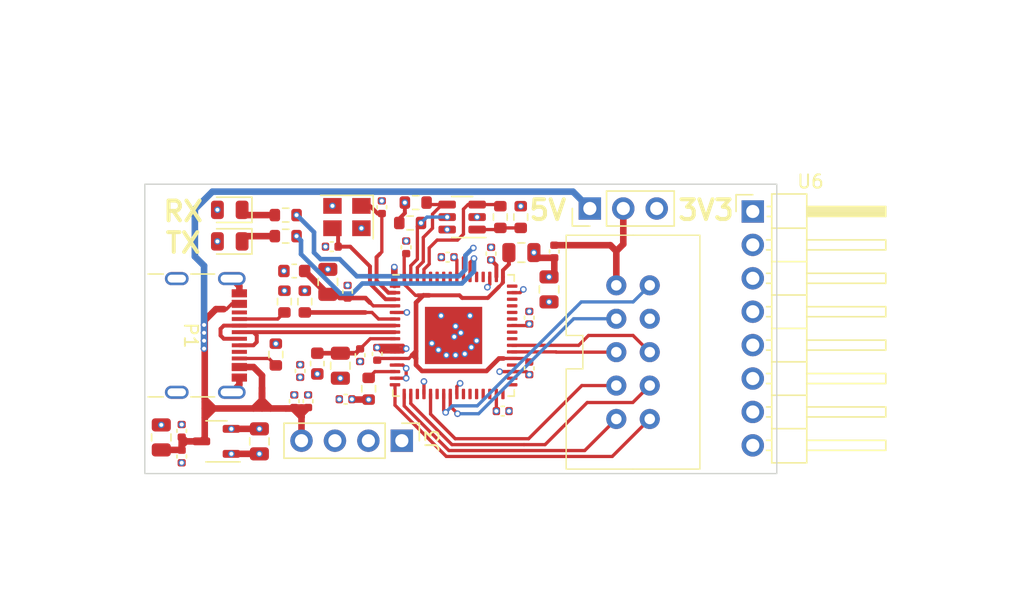
<source format=kicad_pcb>
(kicad_pcb (version 20221018) (generator pcbnew)
  (layers (0 "F.Cu" signal) (1 "In1.Cu" signal) (2 "In2.Cu" signal) (31 "B.Cu" signal) (34 "B.Paste" user) (35 "F.Paste" user) (36 "B.SilkS" user "B.Silkscreen") (37 "F.SilkS" user "F.Silkscreen") (38 "B.Mask" user) (39 "F.Mask" user) (44 "Edge.Cuts" user))
  (net 0 "")
  (net 1 "+3V3")
  (net 2 "GND")
  (net 3 "Net-(J1-Pin_2)")
  (net 4 "+1V8")
  (net 5 "Net-(U5-VPHY)")
  (net 6 "+5V")
  (net 7 "Net-(U5-VPLL)")
  (net 8 "/XIN")
  (net 9 "/XOUT")
  (net 10 "Net-(D2-K)")
  (net 11 "Net-(D3-K)")
  (net 12 "/USB_CC")
  (net 13 "/USB_D+")
  (net 14 "/USB_D-")
  (net 15 "/USB_VCONN")
  (net 16 "/EEPROM_SPI_DO")
  (net 17 "/EEPROM_SPI_DI")
  (net 18 "Net-(U5-REF)")
  (net 19 "/EEPROM_SPI_CLK")
  (net 20 "Net-(U5-~{RESET})")
  (net 21 "Net-(U5-BCBUS4)")
  (net 22 "Net-(U5-BCBUS3)")
  (net 23 "/FLASH_SCK")
  (net 24 "/FLASH_MOSI")
  (net 25 "/FLASH_MISO")
  (net 27 "/FLASH_CS")
  (net 29 "/UP5K_CDONE")
  (net 30 "/UP5K_CRESET")
  (net 40 "/UP5K_UART_RX")
  (net 41 "/UP5K_UART_TX")
  (net 42 "/UP5K_UART_RTS")
  (net 43 "/UP5K_UART_CTS")
  (net 44 "/UP5K_UART_DTR")
  (net 45 "/UP5K_UART_DSR")
  (net 46 "/UP5K_UART_DCD")
  (net 55 "/EEPROM_SPI_CS")
  (footprint "Capacitor_SMD:C_0402_1005Metric" (layer "F.Cu") (at 69.8 69.7 -90)
    (fp_text reference "C9" hide)
    (fp_text value "1u")
  )
  (footprint "Capacitor_SMD:C_0805_2012Metric" (layer "F.Cu") (at 81.85 62.8 -90)
    (fp_text reference "C13" hide)
    (fp_text value "4u7")
  )
  (footprint "Capacitor_SMD:C_0402_1005Metric" (layer "F.Cu") (at 78.8 63.2 90)
    (fp_text reference "C1" hide)
    (fp_text value "1u")
  )
  (footprint "LED_SMD:LED_0805_2012Metric" (layer "F.Cu") (at 73.45 50.95 180)
    (fp_text reference "D2" hide)
    (fp_text value "LED")
  )
  (footprint "Capacitor_SMD:C_0402_1005Metric" (layer "F.Cu") (at 93.3 54.28 90)
    (fp_text reference "C26" hide)
    (fp_text value "1u")
  )
  (footprint "Capacitor_SMD:C_0402_1005Metric" (layer "F.Cu") (at 98.1 54.12 -90)
    (fp_text reference "C2" hide)
    (fp_text value "1u")
  )
  (footprint "Resistor_SMD:R_0603_1608Metric" (layer "F.Cu") (at 84 64.55 -90)
    (fp_text reference "R6" hide)
    (fp_text value "10k")
  )
  (footprint "Resistor_SMD:R_0603_1608Metric" (layer "F.Cu") (at 76.95 61.95 -90)
    (fp_text reference "R8" hide)
    (fp_text value "56k")
  )
  (footprint "Package_DFN_QFN:QFN-64-1EP_9x9mm_P0.5mm_EP4.35x4.35mm" (layer "F.Cu") (at 90.45 60.5)
    (fp_text reference "U5" hide)
    (fp_text value "FT2232HQ")
  )
  (footprint "Capacitor_SMD:C_0805_2012Metric" (layer "F.Cu") (at 75.7 68.55 -90)
    (fp_text reference "C27" hide)
    (fp_text value "4u7")
  )
  (footprint "Resistor_SMD:R_0603_1608Metric" (layer "F.Cu") (at 94 51.5 90)
    (fp_text reference "R2" hide)
    (fp_text value "2k2")
  )
  (footprint "Connector_PinHeader_2.54mm:PinHeader_1x08_P2.54mm_Horizontal" (layer "F.Cu") (at 113.175 51.075)
    (fp_text reference "U6")
    (fp_text value "PG Logic Full Size Programming Interface")
  )
  (footprint "Resistor_SMD:R_0603_1608Metric" (layer "F.Cu") (at 87.575 50.4 180)
    (fp_text reference "R5" hide)
    (fp_text value "10k")
  )
  (footprint "Inductor_SMD:L_0603_1608Metric" (layer "F.Cu") (at 78.35 55.6 180)
    (fp_text reference "FB1" hide)
    (fp_text value "FerriteBead_Small")
  )
  (footprint "Capacitor_SMD:C_0402_1005Metric" (layer "F.Cu") (at 84.65 61.9 90)
    (fp_text reference "C4" hide)
    (fp_text value "100n")
  )
  (footprint "Resistor_SMD:R_0603_1608Metric" (layer "F.Cu") (at 77.7 51.35)
    (fp_text reference "R11" hide)
    (fp_text value "330R")
  )
  (footprint "Capacitor_SMD:C_0402_1005Metric" (layer "F.Cu") (at 94.18 66.25)
    (fp_text reference "C19" hide)
    (fp_text value "100n")
  )
  (footprint "Capacitor_SMD:C_0402_1005Metric" (layer "F.Cu") (at 90 54.55 180)
    (fp_text reference "C16" hide)
    (fp_text value "100n")
  )
  (footprint "LED_SMD:LED_0805_2012Metric" (layer "F.Cu") (at 73.45 53.35 180)
    (fp_text reference "D3" hide)
    (fp_text value "LED")
  )
  (footprint "ProgrammaGull_Logic:CH87102V200" (layer "F.Cu") (at 104.08 56.69)
    (fp_text reference "U7" hide)
    (fp_text value "PG_Logic_10_Pin_Tag_Connect_Programmer_Header")
  )
  (footprint "Capacitor_SMD:C_0402_1005Metric" (layer "F.Cu") (at 85 50.75 90)
    (fp_text reference "C22" hide)
    (fp_text value "33p C0G")
  )
  (footprint "Connector_PinHeader_2.54mm:PinHeader_1x03_P2.54mm_Vertical" (layer "F.Cu") (at 100.8 50.85 90)
    (fp_text reference "J1" hide)
    (fp_text value "Conn_01x03_Pin")
  )
  (footprint "Resistor_SMD:R_0603_1608Metric" (layer "F.Cu") (at 87.15 51.95 180)
    (fp_text reference "R1" hide)
    (fp_text value "10k")
  )
  (footprint "Capacitor_SMD:C_0402_1005Metric" (layer "F.Cu") (at 79.4 65.5 90)
    (fp_text reference "C24" hide)
    (fp_text value "100n")
  )
  (footprint "Capacitor_SMD:C_0402_1005Metric" (layer "F.Cu") (at 82.4 57.175 90)
    (fp_text reference "C5" hide)
    (fp_text value "100n")
  )
  (footprint "Capacitor_SMD:C_0402_1005Metric" (layer "F.Cu") (at 96.2 63 -90)
    (fp_text reference "C10" hide)
    (fp_text value "100n")
  )
  (footprint "Capacitor_SMD:C_0805_2012Metric" (layer "F.Cu") (at 68.25 68.25 90)
    (fp_text reference "C11" hide)
    (fp_text value "4u7")
  )
  (footprint "Resistor_SMD:R_0603_1608Metric" (layer "F.Cu") (at 77.6 57.925 -90)
    (fp_text reference "R7" hide)
    (fp_text value "56k")
  )
  (footprint "Capacitor_SMD:C_0402_1005Metric" (layer "F.Cu") (at 83.35 62 -90)
    (fp_text reference "C12" hide)
    (fp_text value "100n")
  )
  (footprint "Capacitor_SMD:C_0402_1005Metric" (layer "F.Cu") (at 78.35 65.5 90)
    (fp_text reference "C6" hide)
    (fp_text value "100n")
  )
  (footprint "Crystal:Crystal_SMD_3225-4Pin_3.2x2.5mm" (layer "F.Cu") (at 82.35 51.5 180)
    (fp_text reference "Y1" hide)
    (fp_text value "12.000 MHz,  C9002 ")
  )
  (footprint "Capacitor_SMD:C_0402_1005Metric" (layer "F.Cu") (at 96.2 59.15 90)
    (fp_text reference "C18" hide)
    (fp_text value "100n")
  )
  (footprint "Inductor_SMD:L_0603_1608Metric" (layer "F.Cu") (at 80.1 62.6375 -90)
    (fp_text reference "FB2" hide)
    (fp_text value "FerriteBead_Small")
  )
  (footprint "Capacitor_SMD:C_0402_1005Metric" (layer "F.Cu") (at 81.2 53.75 180)
    (fp_text reference "C23" hide)
    (fp_text value "33p C0G")
  )
  (footprint "Capacitor_SMD:C_0402_1005Metric" (layer "F.Cu") (at 69.8 67.75 90)
    (fp_text reference "C14" hide)
    (fp_text value "1u")
  )
  (footprint "Capacitor_SMD:C_0805_2012Metric" (layer "F.Cu") (at 95.6 54.2)
    (fp_text reference "C7" hide)
    (fp_text value "4u7")
  )
  (footprint "Resistor_SMD:R_0603_1608Metric" (layer "F.Cu") (at 95.55 51.5 90)
    (fp_text reference "R3" hide)
    (fp_text value "10k")
  )
  (footprint "Capacitor_SMD:C_0805_2012Metric" (layer "F.Cu") (at 97.7 57 90)
    (fp_text reference "C17" hide)
    (fp_text value "4u7")
  )
  (footprint "Capacitor_SMD:C_0402_1005Metric" (layer "F.Cu") (at 86.85 53.8 90)
    (fp_text reference "C15" hide)
    (fp_text value "100n")
  )
  (footprint "Package_TO_SOT_SMD:SOT-23-3" (layer "F.Cu") (at 72.4375 68.55 180)
    (fp_text reference "U1" hide)
    (fp_text value "XC6206PxxxMR")
  )
  (footprint "Connector_USB:USB_C_Receptacle_GCT_USB4105-xx-A_16P_TopMnt_Horizontal" (layer "F.Cu") (at 70.5 60.5 -90)
    (fp_text reference "P1")
    (fp_text value "USB_C_Plug_USB2.0")
  )
  (footprint "Capacitor_SMD:C_0805_2012Metric" (layer "F.Cu") (at 80.9 56.425 90)
    (fp_text reference "C8" hide)
    (fp_text value "4u7")
  )
  (footprint "Resistor_SMD:R_0603_1608Metric" (layer "F.Cu") (at 77.7 52.95)
    (fp_text reference "R14" hide)
    (fp_text value "330R")
  )
  (footprint "Capacitor_SMD:C_0402_1005Metric" (layer "F.Cu") (at 82.25 65.35 180)
    (fp_text reference "C25" hide)
    (fp_text value "100n")
  )
  (footprint "Connector_PinHeader_2.54mm:PinHeader_1x04_P2.54mm_Vertical" (layer "F.Cu") (at 86.52 68.5 -90)
    (fp_text reference "J3")
    (fp_text value "Conn_01x04")
  )
  (footprint "Resistor_SMD:R_0603_1608Metric" (layer "F.Cu") (at 79.15 57.925 -90)
    (fp_text reference "R4" hide)
    (fp_text value "12k 1%")
  )
  (footprint "Package_TO_SOT_SMD:SOT-23-6" (layer "F.Cu") (at 91.1 51.5 180)
    (fp_text reference "U4" hide)
    (fp_text value "93LCxxAxxOT")
  )
  (gr_rect locked (start 67 49) (end 115 71) (stroke (width 0.1)) (fill none) (layer "Edge.Cuts"))
  (gr_text "5V" (at 96.05 51.846) (layer "F.SilkS") (effects (font (size 1.5 1.5) (thickness 0.3) bold) (justify left bottom)))
  (gr_text "TX" (at 68.428571 54.346) (layer "F.SilkS") (effects (font (size 1.5 1.5) (thickness 0.3) bold) (justify left bottom)))
  (gr_text "RX" (at 68.25 51.946) (layer "F.SilkS") (effects (font (size 1.5 1.5) (thickness 0.3) bold) (justify left bottom)))
  (gr_text "3V3" (at 107.35 51.846) (layer "F.SilkS") (effects (font (size 1.5 1.5) (thickness 0.3) bold) (justify left bottom)))
  (segment (start 93.7 55.16) (end 93.3 54.76) (width 0.3) (layer "F.Cu") (net 1))
  (segment (start 82.755 65.375) (end 82.73 65.35) (width 0.5) (layer "F.Cu") (net 1))
  (segment (start 84 65.375) (end 82.755 65.375) (width 0.5) (layer "F.Cu") (net 1))
  (segment (start 86.325 51.95) (end 86.325 51.625) (width 0.3) (layer "F.Cu") (net 1))
  (segment (start 88.2 64.95) (end 88.2 64) (width 0.25) (layer "F.Cu") (net 1))
  (segment (start 93.7 64.95) (end 93.7 66.25) (width 0.25) (layer "F.Cu") (net 1))
  (segment (start 86.75 51.2) (end 86.75 50.4) (width 0.3) (layer "F.Cu") (net 1))
  (segment (start 96.08 59.75) (end 96.2 59.63) (width 0.25) (layer "F.Cu") (net 1))
  (segment (start 90.48 54.55) (end 90.7 54.77) (width 0.25) (layer "F.Cu") (net 1))
  (segment (start 75.7 67.6) (end 73.575 67.6) (width 0.5) (layer "F.Cu") (net 1))
  (segment (start 93.7 56.05) (end 93.7 55.16) (width 0.3) (layer "F.Cu") (net 1))
  (segment (start 94.9 59.75) (end 96.08 59.75) (width 0.25) (layer "F.Cu") (net 1))
  (segment (start 90.7 54.77) (end 90.7 56.05) (width 0.25) (layer "F.Cu") (net 1))
  (segment (start 86.325 51.625) (end 86.75 51.2) (width 0.3) (layer "F.Cu") (net 1))
  (via (at 73.575 67.6) (size 0.5) (drill 0.3) (layers "F.Cu" "B.Cu") (net 1))
  (via (at 75.7 67.6) (size 0.5) (drill 0.3) (layers "F.Cu" "B.Cu") (net 1))
  (via (at 95.55 50.675) (size 0.5) (drill 0.3) (layers "F.Cu" "B.Cu") (net 1))
  (via (at 77.5625 55.6) (size 0.5) (drill 0.3) (layers "F.Cu" "B.Cu") (net 1))
  (via (at 72.5125 53.35) (size 0.5) (drill 0.3) (layers "F.Cu" "B.Cu") (net 1))
  (via (at 84 65.375) (size 0.5) (drill 0.3) (layers "F.Cu" "B.Cu") (net 1))
  (via (at 93.7 66.25) (size 0.5) (drill 0.3) (layers "F.Cu" "B.Cu") (net 1))
  (via (at 88.2 64) (size 0.5) (drill 0.3) (layers "F.Cu" "B.Cu") (net 1))
  (via (at 93.3 54.76) (size 0.5) (drill 0.3) (layers "F.Cu" "B.Cu") (net 1))
  (via (at 80.1 63.425) (size 0.5) (drill 0.3) (layers "F.Cu" "B.Cu") (net 1))
  (via (at 89.9625 52.45) (size 0.5) (drill 0.3) (layers "F.Cu" "B.Cu") (net 1))
  (via (at 72.5125 50.95) (size 0.5) (drill 0.3) (layers "F.Cu" "B.Cu") (net 1))
  (via (at 97.7 57.95) (size 0.5) (drill 0.3) (layers "F.Cu" "B.Cu") (net 1))
  (via (at 96.2 59.63) (size 0.5) (drill 0.3) (layers "F.Cu" "B.Cu") (net 1))
  (via (at 86.75 50.4) (size 0.5) (drill 0.3) (layers "F.Cu" "B.Cu") (net 1))
  (via (at 82.73 65.35) (size 0.5) (drill 0.3) (layers "F.Cu" "B.Cu") (net 1))
  (via (at 78.8 63.68) (size 0.5) (drill 0.3) (layers "F.Cu" "B.Cu") (net 1))
  (via (at 90.48 54.55) (size 0.5) (drill 0.3) (layers "F.Cu" "B.Cu") (net 1))
  (segment (start 85.23 61.5) (end 85.065 61.665) (width 0.25) (layer "F.Cu") (net 2))
  (segment (start 98.1 54.6) (end 96.95 54.6) (width 0.5) (layer "F.Cu") (net 2))
  (segment (start 84.65 61.42) (end 85.92 61.42) (width 0.25) (layer "F.Cu") (net 2))
  (segment (start 93.2 56.6) (end 93 56.8) (width 0.25) (layer "F.Cu") (net 2))
  (segment (start 86 61.25) (end 86 61.5) (width 0.25) (layer "F.Cu") (net 2))
  (segment (start 85.95 55.3) (end 85.95 56.65) (width 0.5) (layer "F.Cu") (net 2))
  (segment (start 86.25 61.5) (end 86 61.25) (width 0.25) (layer "F.Cu") (net 2))
  (segment (start 86.85 63.75) (end 86.85 63) (width 0.25) (layer "F.Cu") (net 2))
  (segment (start 94.9 57.25) (end 95.5 57.25) (width 0.25) (layer "F.Cu") (net 2))
  (segment (start 86.6 61.75) (end 86.85 61.5) (width 0.25) (layer "F.Cu") (net 2))
  (segment (start 86.6 61.25) (end 86.85 61.5) (width 0.25) (layer "F.Cu") (net 2))
  (segment (start 74.18 57.3) (end 74.18 56.755) (width 0.5) (layer "F.Cu") (net 2))
  (segment (start 86.6 62.75) (end 86 62.75) (width 0.25) (layer "F.Cu") (net 2))
  (segment (start 74.18 64.245) (end 73.605 64.82) (width 0.5) (layer "F.Cu") (net 2))
  (segment (start 86.85 63.75) (end 86 63.75) (width 0.25) (layer "F.Cu") (net 2))
  (segment (start 86.25 61.5) (end 86 61.75) (width 0.25) (layer "F.Cu") (net 2))
  (segment (start 94.9 63.25) (end 93.95 63.25) (width 0.25) (layer "F.Cu") (net 2))
  (segment (start 86 61.5) (end 86 61.75) (width 0.25) (layer "F.Cu") (net 2))
  (segment (start 98.1 54.6) (end 98.1 55.65) (width 0.5) (layer "F.Cu") (net 2))
  (segment (start 84.82 61.25) (end 84.65 61.42) (width 0.25) (layer "F.Cu") (net 2))
  (segment (start 84.82 61.42) (end 85.065 61.665) (width 0.25) (layer "F.Cu") (net 2))
  (segment (start 84.65 61.42) (end 84.98 61.75) (width 0.25) (layer "F.Cu") (net 2))
  (segment (start 86 61.5) (end 85.23 61.5) (width 0.25) (layer "F.Cu") (net 2))
  (segment (start 90.7 64.383148) (end 90.945139 64.138009) (width 0.25) (layer "F.Cu") (net 2))
  (segment (start 86 61.75) (end 84.98 61.75) (width 0.25) (layer "F.Cu") (net 2))
  (segment (start 86.85 63) (end 86.6 62.75) (width 0.25) (layer "F.Cu") (net 2))
  (segment (start 75.7 69.5) (end 73.575 69.5) (width 0.5) (layer "F.Cu") (net 2))
  (segment (start 95.97 63.25) (end 96.2 63.48) (width 0.25) (layer "F.Cu") (net 2))
  (segment (start 86 58.75) (end 86.9 58.75) (width 0.25) (layer "F.Cu") (net 2))
  (segment (start 74.18 56.755) (end 73.605 56.18) (width 0.5) (layer "F.Cu") (net 2))
  (segment (start 86 61.25) (end 84.82 61.25) (width 0.25) (layer "F.Cu") (net 2))
  (segment (start 96.95 54.6) (end 96.55 54.2) (width 0.5) (layer "F.Cu") (net 2))
  (segment (start 86 61.75) (end 86.6 61.75) (width 0.25) (layer "F.Cu") (net 2))
  (segment (start 93.2 56.05) (end 93.2 56.6) (width 0.25) (layer "F.Cu") (net 2))
  (segment (start 86 61.25) (end 86.6 61.25) (width 0.25) (layer "F.Cu") (net 2))
  (segment (start 90.7 64.95) (end 90.7 64.383148) (width 0.25) (layer "F.Cu") (net 2))
  (segment (start 84.65 61.42) (end 84.82 61.42) (width 0.25) (layer "F.Cu") (net 2))
  (segment (start 98.1 55.65) (end 97.7 56.05) (width 0.5) (layer "F.Cu") (net 2))
  (segment (start 84.65 61.42) (end 84.65 61.42) (width 0.25) (layer "F.Cu") (net 2))
  (segment (start 85.065 61.665) (end 84.98 61.75) (width 0.25) (layer "F.Cu") (net 2))
  (segment (start 95.5 57.25) (end 95.75 57) (width 0.25) (layer "F.Cu") (net 2))
  (segment (start 94.9 63.25) (end 95.97 63.25) (width 0.25) (layer "F.Cu") (net 2))
  (segment (start 74.18 63.7) (end 74.18 64.245) (width 0.5) (layer "F.Cu") (net 2))
  (segment (start 85.92 61.42) (end 86 61.5) (width 0.25) (layer "F.Cu") (net 2))
  (segment (start 86.85 61.5) (end 86.25 61.5) (width 0.25) (layer "F.Cu") (net 2))
  (segment (start 85.95 56.65) (end 86 56.65) (width 0.5) (layer "F.Cu") (net 2))
  (via (at 81.85 63.75) (size 0.5) (drill 0.3) (layers "F.Cu" "B.Cu") (net 2))
  (via (at 79.15 57.1) (size 0.5) (drill 0.3) (layers "F.Cu" "B.Cu") (net 2))
  (via (at 95.75 57) (size 0.5) (drill 0.3) (layers "F.Cu" "B.Cu") (net 2))
  (via (at 86.85 53.32) (size 0.5) (drill 0.3) (layers "F.Cu" "B.Cu") (net 2))
  (via (at 93.01797 56.831211) (size 0.5) (drill 0.3) (layers "F.Cu" "B.Cu") (net 2))
  (via (at 83.45 52.35) (size 0.5) (drill 0.3) (layers "F.Cu" "B.Cu") (net 2))
  (via (at 77.6 57.1) (size 0.5) (drill 0.3) (layers "F.Cu" "B.Cu") (net 2))
  (via (at 82.4 56.695) (size 0.5) (drill 0.3) (layers "F.Cu" "B.Cu") (net 2))
  (via (at 86.85 63.75) (size 0.5) (drill 0.3) (layers "F.Cu" "B.Cu") (net 2))
  (via (at 88.8 61.1) (size 0.5) (drill 0.3) (layers "F.Cu" "B.Cu") (net 2))
  (via (at 85.95 55.3) (size 0.5) (drill 0.3) (layers "F.Cu" "B.Cu") (net 2))
  (via (at 91 60.3) (size 0.5) (drill 0.3) (layers "F.Cu" "B.Cu") (net 2))
  (via (at 91.3 61.9) (size 0.5) (drill 0.3) (layers "F.Cu" "B.Cu") (net 2))
  (via (at 78.8 62.72) (size 0.5) (drill 0.3) (layers "F.Cu" "B.Cu") (net 2))
  (via (at 86.9 58.75) (size 0.5) (drill 0.3) (layers "F.Cu" "B.Cu") (net 2))
  (via (at 90.945139 64.138009) (size 0.5) (drill 0.3) (layers "F.Cu" "B.Cu") (net 2))
  (via (at 89.5 59) (size 0.5) (drill 0.3) (layers "F.Cu" "B.Cu") (net 2))
  (via (at 69.8 70.18) (size 0.5) (drill 0.3) (layers "F.Cu" "B.Cu") (net 2))
  (via (at 94.66 66.25) (size 0.5) (drill 0.3) (layers "F.Cu" "B.Cu") (net 2))
  (via (at 76.95 61.125) (size 0.5) (drill 0.3) (layers "F.Cu" "B.Cu") (net 2))
  (via (at 80.9 55.475) (size 0.5) (drill 0.3) (layers "F.Cu" "B.Cu") (net 2))
  (via (at 89.9 62) (size 0.5) (drill 0.3) (layers "F.Cu" "B.Cu") (net 2))
  (via (at 96.55 54.2) (size 0.5) (drill 0.3) (layers "F.Cu" "B.Cu") (net 2))
  (via (at 75.7 69.5) (size 0.5) (drill 0.3) (layers "F.Cu" "B.Cu") (net 2))
  (via (at 85 50.27) (size 0.5) (drill 0.3) (layers "F.Cu" "B.Cu") (net 2))
  (via (at 89.52 54.55) (size 0.5) (drill 0.3) (layers "F.Cu" "B.Cu") (net 2))
  (via (at 86.85 63) (size 0.5) (drill 0.3) (layers "F.Cu" "B.Cu") (net 2))
  (via (at 69.8 67.27) (size 0.5) (drill 0.3) (layers "F.Cu" "B.Cu") (net 2))
  (via (at 92.2 60.9) (size 0.5) (drill 0.3) (layers "F.Cu" "B.Cu") (net 2))
  (via (at 93.95 63.25) (size 0.5) (drill 0.3) (layers "F.Cu" "B.Cu") (net 2))
  (via (at 89.3 61.6) (size 0.5) (drill 0.3) (layers "F.Cu" "B.Cu") (net 2))
  (via (at 90.5 60.6) (size 0.5) (drill 0.3) (layers "F.Cu" "B.Cu") (net 2))
  (via (at 90.6 59.8) (size 0.5) (drill 0.3) (layers "F.Cu" "B.Cu") (net 2))
  (via (at 96.2 58.67) (size 0.5) (drill 0.3) (layers "F.Cu" "B.Cu") (net 2))
  (via (at 93.3 53.8) (size 0.5) (drill 0.3) (layers "F.Cu" "B.Cu") (net 2))
  (via (at 86.85 61.5) (size 0.5) (drill 0.3) (layers "F.Cu" "B.Cu") (net 2))
  (via (at 73.575 69.5) (size 0.5) (drill 0.3) (layers "F.Cu" "B.Cu") (net 2))
  (via (at 84.65 61.42) (size 0.5) (drill 0.3) (layers "F.Cu" "B.Cu") (net 2))
  (via (at 97.7 56.05) (size 0.5) (drill 0.3) (layers "F.Cu" "B.Cu") (net 2))
  (via (at 78.35 65.02) (size 0.5) (drill 0.3) (layers "F.Cu" "B.Cu") (net 2))
  (via (at 81.77 65.35) (size 0.5) (drill 0.3) (layers "F.Cu" "B.Cu") (net 2))
  (via (at 90.6 62) (size 0.5) (drill 0.3) (layers "F.Cu" "B.Cu") (net 2))
  (via (at 96.2 63.48) (size 0.5) (drill 0.3) (layers "F.Cu" "B.Cu") (net 2))
  (via (at 91.7 59) (size 0.5) (drill 0.3) (layers "F.Cu" "B.Cu") (net 2))
  (via (at 79.4 65.02) (size 0.5) (drill 0.3) (layers "F.Cu" "B.Cu") (net 2))
  (via (at 92.2375 51.5) (size 0.5) (drill 0.3) (layers "F.Cu" "B.Cu") (net 2))
  (via (at 91.8 61.4) (size 0.5) (drill 0.3) (layers "F.Cu" "B.Cu") (net 2))
  (via (at 80.72 53.75) (size 0.5) (drill 0.3) (layers "F.Cu" "B.Cu") (net 2))
  (via (at 81.25 50.65) (size 0.5) (drill 0.3) (layers "F.Cu" "B.Cu") (net 2))
  (via (at 68.25 67.3) (size 0.5) (drill 0.3) (layers "F.Cu" "B.Cu") (net 2))
  (via (at 83.35 62.48) (size 0.5) (drill 0.3) (layers "F.Cu" "B.Cu") (net 2))
  (segment (start 102.81 54.09) (end 103.34 53.56) (width 0.5) (layer "F.Cu") (net 3))
  (segment (start 103.34 53.56) (end 103.34 50.85) (width 0.5) (layer "F.Cu") (net 3))
  (segment (start 102.36 53.64) (end 102.81 54.09) (width 0.5) (layer "F.Cu") (net 3))
  (segment (start 98.1 53.64) (end 102.36 53.64) (width 0.5) (layer "F.Cu") (net 3))
  (segment (start 102.81 56.69) (end 102.81 54.09) (width 0.5) (layer "F.Cu") (net 3))
  (segment (start 93.9 62.25) (end 92.95 63.2) (width 0.35) (layer "F.Cu") (net 4))
  (segment (start 94.2 56.05) (end 94.2 56.466637) (width 0.3) (layer "F.Cu") (net 4))
  (segment (start 87.35 62) (end 87.6 62.25) (width 0.35) (layer "F.Cu") (net 4))
  (segment (start 93.9 56.8) (end 93.05 57.65) (width 0.3) (layer "F.Cu") (net 4))
  (segment (start 87.651992 57.45) (end 87.75 57.45) (width 0.25) (layer "F.Cu") (net 4))
  (segment (start 84.78 62.25) (end 84.65 62.38) (width 0.25) (layer "F.Cu") (net 4))
  (segment (start 94.175 56.525) (end 93.9 56.8) (width 0.25) (layer "F.Cu") (net 4))
  (segment (start 90.9 57.45) (end 88.6 57.45) (width 0.3) (layer "F.Cu") (net 4))
  (segment (start 86.725 56.075) (end 86.725 56.625) (width 0.25) (layer "F.Cu") (net 4))
  (segment (start 94.2 55.55) (end 94.65 55.1) (width 0.3) (layer "F.Cu") (net 4))
  (segment (start 86 62.25) (end 84.78 62.25) (width 0.25) (layer "F.Cu") (net 4))
  (segment (start 87.55 57.45) (end 86.725 56.625) (width 0.25) (layer "F.Cu") (net 4))
  (segment (start 94.2 56.05) (end 94.2 55.55) (width 0.3) (layer "F.Cu") (net 4))
  (segment (start 93.05 57.65) (end 91.1 57.65) (width 0.3) (layer "F.Cu") (net 4))
  (segment (start 88.1 57.45) (end 87.75 57.45) (width 0.3) (layer "F.Cu") (net 4))
  (segment (start 87.3 62) (end 87.35 62) (width 0.35) (layer "F.Cu") (net 4))
  (segment (start 88.6 57.45) (end 88.1 57.45) (width 0.3) (layer "F.Cu") (net 4))
  (segment (start 94.175 56.075) (end 94.175 56.525) (width 0.25) (layer "F.Cu") (net 4))
  (segment (start 92.95 63.2) (end 88.05 63.2) (width 0.35) (layer "F.Cu") (net 4))
  (segment (start 87.6 62.25) (end 87.6 61.7) (width 0.35) (layer "F.Cu") (net 4))
  (segment (start 88.05 63.2) (end 87.6 62.75) (width 0.35) (layer "F.Cu") (net 4))
  (segment (start 88.15 57.45) (end 87.6 58) (width 0.35) (layer "F.Cu") (net 4))
  (segment (start 88.6 57.45) (end 88.15 57.45) (width 0.35) (layer "F.Cu") (net 4))
  (segment (start 87.6 62.75) (end 87.6 62.25) (width 0.35) (layer "F.Cu") (net 4))
  (segment (start 94.2 56.05) (end 94.175 56.075) (width 0.25) (layer "F.Cu") (net 4))
  (segment (start 95.93 62.25) (end 96.2 62.52) (width 0.25) (layer "F.Cu") (net 4))
  (segment (start 86.725 56.625) (end 86.8125 56.7125) (width 0.25) (layer "F.Cu") (net 4))
  (segment (start 87.6 61.7) (end 87.3 62) (width 0.35) (layer "F.Cu") (net 4))
  (segment (start 88.1 57.45) (end 87.55 57.45) (width 0.25) (layer "F.Cu") (net 4))
  (segment (start 86.7 56.05) (end 86.725 56.075) (width 0.25) (layer "F.Cu") (net 4))
  (segment (start 94.9 62.25) (end 94.25 62.25) (width 0.25) (layer "F.Cu") (net 4))
  (segment (start 94.65 55.1) (end 94.65 54.2) (width 0.3) (layer "F.Cu") (net 4))
  (segment (start 94.25 62.25) (end 93.9 62.25) (width 0.35) (layer "F.Cu") (net 4))
  (segment (start 86 62.25) (end 87.05 62.25) (width 0.25) (layer "F.Cu") (net 4))
  (segment (start 86.7 56.05) (end 86.7 54.43) (width 0.25) (layer "F.Cu") (net 4))
  (segment (start 87.6 58) (end 87.6 61.7) (width 0.35) (layer "F.Cu") (net 4))
  (segment (start 91.1 57.65) (end 90.9 57.45) (width 0.3) (layer "F.Cu") (net 4))
  (segment (start 87.05 62.25) (end 87.3 62) (width 0.25) (layer "F.Cu") (net 4))
  (segment (start 94.2 56.466637) (end 94.158318 56.508319) (width 0.3) (layer "F.Cu") (net 4))
  (segment (start 94.9 62.25) (end 95.93 62.25) (width 0.25) (layer "F.Cu") (net 4))
  (segment (start 86.7 54.43) (end 86.85 54.28) (width 0.25) (layer "F.Cu") (net 4))
  (segment (start 80.9 57.375) (end 81.525 57.375) (width 0.35) (layer "F.Cu") (net 5))
  (segment (start 81.805 57.655) (end 82.4 57.655) (width 0.35) (layer "F.Cu") (net 5))
  (segment (start 80.9 57.375) (end 80.9 57.3625) (width 0.5) (layer "F.Cu") (net 5))
  (segment (start 80.9 57.3625) (end 79.1375 55.6) (width 0.5) (layer "F.Cu") (net 5))
  (segment (start 84.35 58.25) (end 84.1 58) (width 0.25) (layer "F.Cu") (net 5))
  (segment (start 82.4 57.655) (end 83.755 57.655) (width 0.35) (layer "F.Cu") (net 5))
  (segment (start 83.755 57.655) (end 84.1 58) (width 0.35) (layer "F.Cu") (net 5))
  (segment (start 81.525 57.375) (end 81.805 57.655) (width 0.35) (layer "F.Cu") (net 5))
  (segment (start 86 58.25) (end 84.35 58.25) (width 0.25) (layer "F.Cu") (net 5))
  (segment (start 71.55 65.3) (end 71.55 65.55) (width 0.5) (layer "F.Cu") (net 6))
  (segment (start 71.55 61.55) (end 71.55 65.3) (width 0.5) (layer "F.Cu") (net 6))
  (segment (start 72.05 66.05) (end 71.55 65.55) (width 0.5) (layer "F.Cu") (net 6))
  (segment (start 69.8 69.22) (end 69.8 68.87) (width 0.5) (layer "F.Cu") (net 6))
  (segment (start 75.25 66.05) (end 75.9 66.05) (width 0.5) (layer "F.Cu") (net 6))
  (segment (start 75.9 66.05) (end 76.55 66.05) (width 0.5) (layer "F.Cu") (net 6))
  (segment (start 71.55 66.75) (end 71.55 68.3) (width 0.5) (layer "F.Cu") (net 6))
  (segment (start 75.9 64.5) (end 75.9 65.4) (width 0.5) (layer "F.Cu") (net 6))
  (segment (start 71.55 59.65) (end 71.5 59.7) (width 0.5) (layer "F.Cu") (net 6))
  (segment (start 71.55 66.05) (end 71.55 66.75) (width 0.5) (layer "F.Cu") (net 6))
  (segment (start 78.9 68.5) (end 78.9 66.7) (width 0.5) (layer "F.Cu") (net 6))
  (segment (start 73 58.5) (end 72.9 58.5) (width 0.25) (layer "F.Cu") (net 6))
  (segment (start 69.78 69.2) (end 69.8 69.22) (width 0.5) (layer "F.Cu") (net 6))
  (segment (start 75.9 64.9) (end 75.9 65.4) (width 0.5) (layer "F.Cu") (net 6))
  (segment (start 77.7 66.05) (end 78.28 66.05) (width 0.5) (layer "F.Cu") (net 6))
  (segment (start 71.55 59.35) (end 71.55 59.65) (width 0.5) (layer "F.Cu") (net 6))
  (segment (start 71.55 60.95) (end 71.55 61.05) (width 0.5) (layer "F.Cu") (net 6))
  (segment (start 78.9 66.48) (end 79.4 65.98) (width 0.5) (layer "F.Cu") (net 6))
  (segment (start 72.25 66.05) (end 75.25 66.05) (width 0.5) (layer "F.Cu") (net 6))
  (segment (start 72.25 66.05) (end 71.55 65.35) (width 0.5) (layer "F.Cu") (net 6))
  (segment (start 71.5 61.5) (end 71.55 61.55) (width 0.5) (layer "F.Cu") (net 6))
  (segment (start 73 58.5) (end 72.4 58.5) (width 0.5) (layer "F.Cu") (net 6))
  (segment (start 78.25 66.05) (end 78.9 66.7) (width 0.5) (layer "F.Cu") (net 6))
  (segment (start 69.8 68.23) (end 69.8 69.22) (width 0.5) (layer "F.Cu") (net 6))
  (segment (start 70.12 68.55) (end 69.8 68.23) (width 0.5) (layer "F.Cu") (net 6))
  (segment (start 69.8 68.87) (end 70.12 68.55) (width 0.5) (layer "F.Cu") (net 6))
  (segment (start 73.204949 58.5) (end 73 58.5) (width 0.25) (layer "F.Cu") (net 6))
  (segment (start 75.9 64.5) (end 75.9 64.9) (width 0.5) (layer "F.Cu") (net 6))
  (segment (start 78.9 66.7) (end 78.9 65.98) (width 0.5) (layer "F.Cu") (net 6))
  (segment (start 71.55 60.85) (end 71.5 60.9) (width 0.5) (layer "F.Cu") (net 6))
  (segment (start 71.5 59.7) (end 71.55 59.75) (width 0.5) (layer "F.Cu") (net 6))
  (segment (start 72.25 66.05) (end 71.55 66.75) (width 0.5) (layer "F.Cu") (net 6))
  (segment (start 75.9 64.9) (end 75.9 66.05) (width 0.5) (layer "F.Cu") (net 6))
  (segment (start 71.5 60.3) (end 71.55 60.35) (width 0.5) (layer "F.Cu") (net 6))
  (segment (start 74.18 58.1) (end 73.604949 58.1) (width 0.25) (layer "F.Cu") (net 6))
  (segment (start 78.9 66.7) (end 78.9 66.48) (width 0.5) (layer "F.Cu") (net 6))
  (segment (start 71.55 61.05) (end 71.55 61.45) (width 0.5) (layer "F.Cu") (net 6))
  (segment (start 75.255 62.9) (end 75.9 63.545) (width 0.5) (layer "F.Cu") (net 6))
  (segment (start 76.55 66.05) (end 77.7 66.05) (width 0.5) (layer "F.Cu") (net 6))
  (segment (start 71.3 68.55) (end 70.12 68.55) (width 0.5) (layer "F.Cu") (net 6))
  (segment (start 78.28 66.05) (end 78.35 65.98) (width 0.5) (layer "F.Cu") (net 6))
  (segment (start 73.604949 58.1) (end 73.204949 58.5) (width 0.25) (layer "F.Cu") (net 6))
  (segment (start 71.5 60.9) (end 71.55 60.95) (width 0.5) (layer "F.Cu") (net 6))
  (segment (start 75.9 65.4) (end 75.25 66.05) (width 0.5) (layer "F.Cu") (net 6))
  (segment (start 71.55 59.75) (end 71.55 60.25) (width 0.5) (layer "F.Cu") (net 6))
  (segment (start 75.9 63.545) (end 75.9 64.5) (width 0.5) (layer "F.Cu") (net 6))
  (segment (start 75.9 65.4) (end 76.55 66.05) (width 0.5) (layer "F.Cu") (net 6))
  (segment (start 74.18 62.9) (end 75.255 62.9) (width 0.5) (layer "F.Cu") (net 6))
  (segment (start 77.7 66.05) (end 78.25 66.05) (width 0.5) (layer "F.Cu") (net 6))
  (segment (start 79.4 65.98) (end 78.9 65.98) (width 0.5) (layer "F.Cu") (net 6))
  (segment (start 71.55 61.45) (end 71.5 61.5) (width 0.5) (layer "F.Cu") (net 6))
  (segment (start 71.55 60.35) (end 71.55 60.85) (width 0.5) (layer "F.Cu") (net 6))
  (segment (start 71.55 68.3) (end 71.3 68.55) (width 0.5) (layer "F.Cu") (net 6))
  (segment (start 71.55 60.25) (end 71.5 60.3) (width 0.5) (layer "F.Cu") (net 6))
  (segment (start 72.25 66.05) (end 72.05 66.05) (width 0.5) (layer "F.Cu") (net 6))
  (segment (start 72.4 58.5) (end 71.55 59.35) (width 0.5) (layer "F.Cu") (net 6))
  (segment (start 71.55 65.55) (end 71.55 66.05) (width 0.5) (layer "F.Cu") (net 6))
  (segment (start 68.25 69.2) (end 69.78 69.2) (width 0.5) (layer "F.Cu") (net 6))
  (segment (start 78.9 65.98) (end 78.35 65.98) (width 0.5) (layer "F.Cu") (net 6))
  (segment (start 71.55 65.35) (end 71.55 65.3) (width 0.5) (layer "F.Cu") (net 6))
  (segment (start 71.55 66.05) (end 72.25 66.05) (width 0.5) (layer "F.Cu") (net 6))
  (via (at 71.5 60.3) (size 0.5) (drill 0.3) (layers "F.Cu" "B.Cu") (net 6))
  (via (at 71.5 61.5) (size 0.5) (drill 0.3) (layers "F.Cu" "B.Cu") (net 6))
  (via (at 71.5 60.9) (size 0.5) (drill 0.3) (layers "F.Cu" "B.Cu") (net 6))
  (via (at 71.5 59.7) (size 0.5) (drill 0.3) (layers "F.Cu" "B.Cu") (net 6))
  (segment (start 71.5 61.5) (end 71.5 55.2) (width 0.5) (layer "B.Cu") (net 6))
  (segment (start 70.8 54.5) (end 70.8 50.9) (width 0.5) (layer "B.Cu") (net 6))
  (segment (start 99.52 49.57) (end 100.8 50.85) (width 0.5) (layer "B.Cu") (net 6))
  (segment (start 71.5 55.2) (end 70.8 54.5) (width 0.5) (layer "B.Cu") (net 6))
  (segment (start 72.13 49.57) (end 99.52 49.57) (width 0.5) (layer "B.Cu") (net 6))
  (segment (start 70.8 50.9) (end 72.13 49.57) (width 0.5) (layer "B.Cu") (net 6))
  (segment (start 86 60.75) (end 84.12 60.75) (width 0.25) (layer "F.Cu") (net 7))
  (segment (start 83.02 61.85) (end 83.35 61.52) (width 0.35) (layer "F.Cu") (net 7))
  (segment (start 84.12 60.75) (end 83.35 61.52) (width 0.25) (layer "F.Cu") (net 7))
  (segment (start 80.1 61.85) (end 83.02 61.85) (width 0.35) (layer "F.Cu") (net 7))
  (segment (start 85 51.23) (end 85 54.15) (width 0.25) (layer "F.Cu") (net 8))
  (segment (start 86 57.25) (end 85.5 57.25) (width 0.3) (layer "F.Cu") (net 8))
  (segment (start 84.68 51.23) (end 84.1 50.65) (width 0.3) (layer "F.Cu") (net 8))
  (segment (start 85 54.15) (end 84.85 54.3) (width 0.25) (layer "F.Cu") (net 8))
  (segment (start 84.1 50.65) (end 83.45 50.65) (width 0.3) (layer "F.Cu") (net 8))
  (segment (start 84.6 56.35) (end 84.6 54.55) (width 0.3) (layer "F.Cu") (net 8))
  (segment (start 85 51.23) (end 84.68 51.23) (width 0.3) (layer "F.Cu") (net 8))
  (segment (start 85.5 57.25) (end 84.6 56.35) (width 0.3) (layer "F.Cu") (net 8))
  (segment (start 84.6 54.55) (end 84.85 54.3) (width 0.3) (layer "F.Cu") (net 8))
  (segment (start 82.6 53.75) (end 84.1 55.25) (width 0.3) (layer "F.Cu") (net 9))
  (segment (start 84.1 56.557107) (end 85.292894 57.75) (width 0.3) (layer "F.Cu") (net 9))
  (segment (start 81.25 52.35) (end 81.68 52.78) (width 0.3) (layer "F.Cu") (net 9))
  (segment (start 81.68 52.78) (end 81.68 53.75) (width 0.3) (layer "F.Cu") (net 9))
  (segment (start 85.292894 57.75) (end 86 57.75) (width 0.3) (layer "F.Cu") (net 9))
  (segment (start 81.68 53.75) (end 82.6 53.75) (width 0.3) (layer "F.Cu") (net 9))
  (segment (start 84.1 55.25) (end 84.1 56.557107) (width 0.3) (layer "F.Cu") (net 9))
  (segment (start 76.875 51.35) (end 74.7875 51.35) (width 0.5) (layer "F.Cu") (net 10))
  (segment (start 74.7875 51.35) (end 74.3875 50.95) (width 0.5) (layer "F.Cu") (net 10))
  (segment (start 74.7875 52.95) (end 74.3875 53.35) (width 0.5) (layer "F.Cu") (net 11))
  (segment (start 76.875 52.95) (end 74.7875 52.95) (width 0.5) (layer "F.Cu") (net 11))
  (segment (start 77.1 59.25) (end 77.6 58.75) (width 0.25) (layer "F.Cu") (net 12))
  (segment (start 74.18 59.25) (end 77.1 59.25) (width 0.25) (layer "F.Cu") (net 12))
  (segment (start 75.25 61.25) (end 75.5 61) (width 0.3) (layer "F.Cu") (net 13))
  (segment (start 74.18 61.25) (end 75.25 61.25) (width 0.3) (layer "F.Cu") (net 13))
  (segment (start 75.5 60.5) (end 75.25 60.25) (width 0.3) (layer "F.Cu") (net 13))
  (segment (start 75.25 60.25) (end 74.18 60.25) (width 0.3) (layer "F.Cu") (net 13))
  (segment (start 86 60.25) (end 75.25 60.25) (width 0.3) (layer "F.Cu") (net 13))
  (segment (start 75.5 61) (end 75.5 60.5) (width 0.3) (layer "F.Cu") (net 13))
  (segment (start 72.75 60) (end 73 59.75) (width 0.3) (layer "F.Cu") (net 14))
  (segment (start 73 60.75) (end 72.75 60.5) (width 0.3) (layer "F.Cu") (net 14))
  (segment (start 73 59.75) (end 74.18 59.75) (width 0.3) (layer "F.Cu") (net 14))
  (segment (start 74.18 60.75) (end 73 60.75) (width 0.3) (layer "F.Cu") (net 14))
  (segment (start 72.75 60.5) (end 72.75 60) (width 0.3) (layer "F.Cu") (net 14))
  (segment (start 74.18 59.75) (end 86 59.75) (width 0.3) (layer "F.Cu") (net 14))
  (segment (start 74.18 62.25) (end 76.425 62.25) (width 0.25) (layer "F.Cu") (net 15))
  (segment (start 76.425 62.25) (end 76.95 62.775) (width 0.25) (layer "F.Cu") (net 15))
  (segment (start 94 52.325) (end 95.55 52.325) (width 0.25) (layer "F.Cu") (net 16))
  (segment (start 93.875 52.45) (end 94 52.325) (width 0.25) (layer "F.Cu") (net 16))
  (segment (start 92.2375 52.45) (end 93.875 52.45) (width 0.25) (layer "F.Cu") (net 16))
  (segment (start 88.2 55.472792) (end 88.6 55.072792) (width 0.25) (layer "F.Cu") (net 17))
  (segment (start 88.6 55.072792) (end 88.6 53.85) (width 0.25) (layer "F.Cu") (net 17))
  (segment (start 88.6 53.85) (end 89.2 53.25) (width 0.25) (layer "F.Cu") (net 17))
  (segment (start 90.75 53.25) (end 91.2 52.8) (width 0.25) (layer "F.Cu") (net 17))
  (segment (start 93.875 50.55) (end 94 50.675) (width 0.25) (layer "F.Cu") (net 17))
  (segment (start 91.55 50.55) (end 92.2375 50.55) (width 0.25) (layer "F.Cu") (net 17))
  (segment (start 88.2 56.05) (end 88.2 55.472792) (width 0.25) (layer "F.Cu") (net 17))
  (segment (start 91.2 52.8) (end 91.2 50.9) (width 0.25) (layer "F.Cu") (net 17))
  (segment (start 89.2 53.25) (end 90.75 53.25) (width 0.25) (layer "F.Cu") (net 17))
  (segment (start 91.2 50.9) (end 91.55 50.55) (width 0.25) (layer "F.Cu") (net 17))
  (segment (start 92.2375 50.55) (end 93.875 50.55) (width 0.25) (layer "F.Cu") (net 17))
  (segment (start 79.15 58.75) (end 83.75 58.75) (width 0.35) (layer "F.Cu") (net 18))
  (segment (start 84.25 58.75) (end 84.75 59.25) (width 0.25) (layer "F.Cu") (net 18))
  (segment (start 84.75 59.25) (end 86 59.25) (width 0.25) (layer "F.Cu") (net 18))
  (segment (start 83.75 58.75) (end 84.25 58.75) (width 0.25) (layer "F.Cu") (net 18))
  (segment (start 87.7 55.336396) (end 88.15 54.886396) (width 0.25) (layer "F.Cu") (net 19))
  (segment (start 90.346751 50.55) (end 89.9625 50.55) (width 0.25) (layer "F.Cu") (net 19))
  (segment (start 88.85 52.35) (end 88.85 51.278249) (width 0.25) (layer "F.Cu") (net 19))
  (segment (start 89.9625 50.55) (end 88.55 50.55) (width 0.25) (layer "F.Cu") (net 19))
  (segment (start 88.15 53.05) (end 88.85 52.35) (width 0.25) (layer "F.Cu") (net 19))
  (segment (start 89.578249 50.55) (end 89.9625 50.55) (width 0.25) (layer "F.Cu") (net 19))
  (segment (start 88.15 54.886396) (end 88.15 53.05) (width 0.25) (layer "F.Cu") (net 19))
  (segment (start 88.55 50.55) (end 88.4 50.4) (width 0.25) (layer "F.Cu") (net 19))
  (segment (start 88.85 51.278249) (end 89.578249 50.55) (width 0.25) (layer "F.Cu") (net 19))
  (segment (start 87.7 56.05) (end 87.7 55.336396) (width 0.25) (layer "F.Cu") (net 19))
  (segment (start 84.475 63.25) (end 84 63.725) (width 0.25) (layer "F.Cu") (net 20))
  (segment (start 86 63.25) (end 84.475 63.25) (width 0.25) (layer "F.Cu") (net 20))
  (segment (start 91.2 54.6) (end 91.2 56.05) (width 0.25) (layer "F.Cu") (net 21))
  (segment (start 91.95 53.85) (end 91.2 54.6) (width 0.25) (layer "F.Cu") (net 21))
  (via (at 78.525 51.35) (size 0.5) (drill 0.3) (layers "F.Cu" "B.Cu") (net 21))
  (via (at 91.95 53.85) (size 0.5) (drill 0.3) (layers "F.Cu" "B.Cu") (net 21))
  (segment (start 91.95 53.85) (end 91.916116 53.85) (width 0.35) (layer "B.Cu") (net 21))
  (segment (start 83.1 56) (end 81.8 54.7) (width 0.35) (layer "B.Cu") (net 21))
  (segment (start 91.916116 53.85) (end 91.35 54.416116) (width 0.35) (layer "B.Cu") (net 21))
  (segment (start 91.35 55.5) (end 90.85 56) (width 0.35) (layer "B.Cu") (net 21))
  (segment (start 90.85 56) (end 83.1 56) (width 0.35) (layer "B.Cu") (net 21))
  (segment (start 91.35 54.416116) (end 91.35 55.5) (width 0.35) (layer "B.Cu") (net 21))
  (segment (start 80.35 54.7) (end 79.85 54.2) (width 0.35) (layer "B.Cu") (net 21))
  (segment (start 78.55 51.35) (end 78.525 51.35) (width 0.35) (layer "B.Cu") (net 21))
  (segment (start 79.85 54.2) (end 79.85 52.65) (width 0.35) (layer "B.Cu") (net 21))
  (segment (start 81.8 54.7) (end 80.35 54.7) (width 0.35) (layer "B.Cu") (net 21))
  (segment (start 79.85 52.65) (end 78.55 51.35) (width 0.35) (layer "B.Cu") (net 21))
  (segment (start 91.7 56.05) (end 91.7 54.95) (width 0.25) (layer "F.Cu") (net 22))
  (segment (start 91.7 54.95) (end 92 54.65) (width 0.25) (layer "F.Cu") (net 22))
  (via (at 78.525 52.95) (size 0.5) (drill 0.3) (layers "F.Cu" "B.Cu") (net 22))
  (via (at 92 54.65) (size 0.5) (drill 0.3) (layers "F.Cu" "B.Cu") (net 22))
  (segment (start 91.077818 56.55) (end 92 55.627818) (width 0.35) (layer "B.Cu") (net 22))
  (segment (start 83.52 56.55) (end 91.077818 56.55) (width 0.35) (layer "B.Cu") (net 22))
  (segment (start 81.861116 57.32) (end 82.75 57.32) (width 0.35) (layer "B.Cu") (net 22))
  (segment (start 82.75 57.32) (end 83.52 56.55) (width 0.35) (layer "B.Cu") (net 22))
  (segment (start 78.8625 53.2875) (end 78.8625 54.321384) (width 0.35) (layer "B.Cu") (net 22))
  (segment (start 78.8625 54.321384) (end 81.861116 57.32) (width 0.35) (layer "B.Cu") (net 22))
  (segment (start 78.525 52.95) (end 78.8625 53.2875) (width 0.35) (layer "B.Cu") (net 22))
  (segment (start 92 55.627818) (end 92 54.65) (width 0.35) (layer "B.Cu") (net 22))
  (segment (start 102.5 69.7) (end 105.35 66.85) (width 0.25) (layer "F.Cu") (net 23))
  (segment (start 89.9 69.7) (end 102.5 69.7) (width 0.25) (layer "F.Cu") (net 23))
  (segment (start 86 64.25) (end 86 65.8) (width 0.25) (layer "F.Cu") (net 23))
  (segment (start 86 65.8) (end 89.9 69.7) (width 0.25) (layer "F.Cu") (net 23))
  (segment (start 100.41 69.25) (end 102.81 66.85) (width 0.25) (layer "F.Cu") (net 24))
  (segment (start 86.7 64.95) (end 86.7 65.856802) (width 0.25) (layer "F.Cu") (net 24))
  (segment (start 86.7 65.856802) (end 90.093198 69.25) (width 0.25) (layer "F.Cu") (net 24))
  (segment (start 90.093198 69.25) (end 100.41 69.25) (width 0.25) (layer "F.Cu") (net 24))
  (segment (start 87.2 64.95) (end 87.2 65.675) (width 0.25) (layer "F.Cu") (net 25))
  (segment (start 90.325 68.8) (end 95.8 68.8) (width 0.25) (layer "F.Cu") (net 25))
  (segment (start 95.8 68.8) (end 97.4 68.8) (width 0.25) (layer "F.Cu") (net 25))
  (segment (start 97.4 68.8) (end 100.6 65.6) (width 0.25) (layer "F.Cu") (net 25))
  (segment (start 104.06 65.6) (end 105.35 64.31) (width 0.25) (layer "F.Cu") (net 25))
  (segment (start 100.6 65.6) (end 104.06 65.6) (width 0.25) (layer "F.Cu") (net 25))
  (segment (start 87.2 65.675) (end 90.325 68.8) (width 0.25) (layer "F.Cu") (net 25))
  (segment (start 88.7 66.475) (end 90.575 68.35) (width 0.25) (layer "F.Cu") (net 27))
  (segment (start 90.575 68.35) (end 96.15 68.35) (width 0.25) (layer "F.Cu") (net 27))
  (segment (start 88.7 64.95) (end 88.7 66.475) (width 0.25) (layer "F.Cu") (net 27))
  (segment (start 100.19 64.31) (end 96.15 68.35) (width 0.25) (layer "F.Cu") (net 27))
  (segment (start 102.81 64.31) (end 100.19 64.31) (width 0.25) (layer "F.Cu") (net 27))
  (segment (start 89.7 66.2) (end 89.7 64.95) (width 0.25) (layer "F.Cu") (net 29))
  (segment (start 89.85 66.35) (end 89.7 66.2) (width 0.25) (layer "F.Cu") (net 29))
  (via (at 89.85 66.35) (size 0.5) (drill 0.3) (layers "F.Cu" "B.Cu") (net 29))
  (segment (start 92.25 65.85) (end 99.675 58.425) (width 0.25) (layer "B.Cu") (net 29))
  (segment (start 90.35 65.85) (end 92.25 65.85) (width 0.25) (layer "B.Cu") (net 29))
  (segment (start 100.15 57.95) (end 99.675 58.425) (width 0.25) (layer "B.Cu") (net 29))
  (segment (start 104.09 57.95) (end 100.15 57.95) (width 0.25) (layer "B.Cu") (net 29))
  (segment (start 89.85 66.35) (end 90.35 65.85) (width 0.25) (layer "B.Cu") (net 29))
  (segment (start 105.35 56.69) (end 104.09 57.95) (width 0.25) (layer "B.Cu") (net 29))
  (segment (start 90.2 65.886827) (end 90.2 64.95) (width 0.25) (layer "F.Cu") (net 30))
  (segment (start 90.75 66.45) (end 90.75 66.436827) (width 0.25) (layer "F.Cu") (net 30))
  (segment (start 90.75 66.45) (end 90.75 66.4) (width 0.25) (layer "F.Cu") (net 30))
  (segment (start 90.75 66.436827) (end 90.2 65.886827) (width 0.25) (layer "F.Cu") (net 30))
  (via (at 90.75 66.45) (size 0.5) (drill 0.3) (layers "F.Cu" "B.Cu") (net 30))
  (segment (start 99.57 59.23) (end 99.45 59.35) (width 0.25) (layer "B.Cu") (net 30))
  (segment (start 92.35 66.45) (end 99.45 59.35) (width 0.25) (layer "B.Cu") (net 30))
  (segment (start 90.75 66.45) (end 92.35 66.45) (width 0.25) (layer "B.Cu") (net 30))
  (segment (start 102.81 59.23) (end 99.57 59.23) (width 0.25) (layer "B.Cu") (net 30))
  (segment (start 98.25 61.77) (end 102.81 61.77) (width 0.25) (layer "F.Cu") (net 40))
  (segment (start 98.23 61.75) (end 98.25 61.77) (width 0.25) (layer "F.Cu") (net 40))
  (segment (start 94.9 61.75) (end 98.23 61.75) (width 0.25) (layer "F.Cu") (net 40))
  (segment (start 94.9 61.25) (end 99.95 61.25) (width 0.25) (layer "F.Cu") (net 41))
  (segment (start 100.7 60.5) (end 104.08 60.5) (width 0.25) (layer "F.Cu") (net 41))
  (segment (start 104.08 60.5) (end 105.35 61.77) (width 0.25) (layer "F.Cu") (net 41))
  (segment (start 99.95 61.25) (end 100.7 60.5) (width 0.25) (layer "F.Cu") (net 41))
  (segment (start 87.7 52.225) (end 87.7 54.7) (width 0.25) (layer "F.Cu") (net 55))
  (segment (start 87.975 51.95) (end 87.7 52.225) (width 0.25) (layer "F.Cu") (net 55))
  (segment (start 87.2 55.2) (end 87.2 56.05) (width 0.25) (layer "F.Cu") (net 55))
  (segment (start 87.7 54.7) (end 87.2 55.2) (width 0.25) (layer "F.Cu") (net 55))
  (via (at 89.9625 51.5) (size 0.5) (drill 0.3) (layers "F.Cu" "B.Cu") (net 55))
  (via (at 87.975 51.95) (size 0.5) (drill 0.3) (layers "F.Cu" "B.Cu") (net 55))
  (segment (start 88.425 51.5) (end 89.9625 51.5) (width 0.25) (layer "B.Cu") (net 55))
  (segment (start 87.975 51.95) (end 88.425 51.5) (width 0.25) (layer "B.Cu") (net 55))
)
</source>
